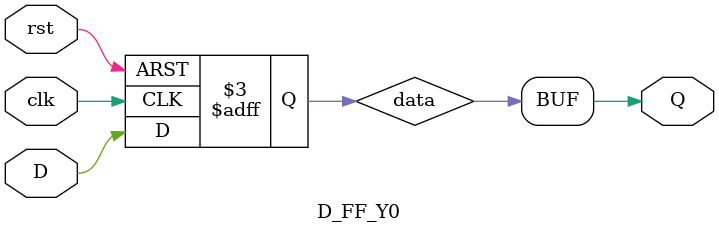
<source format=sv>
module D_FF_Y0
(
	input logic clk,
	input logic rst,
	input logic D,
	output logic Q
);
reg data;
assign Q = data;
always_ff @(posedge clk or negedge rst)
begin 
	if (!rst)
	data<= 1'b1;
	else 
	data<= D;
end 
endmodule
</source>
